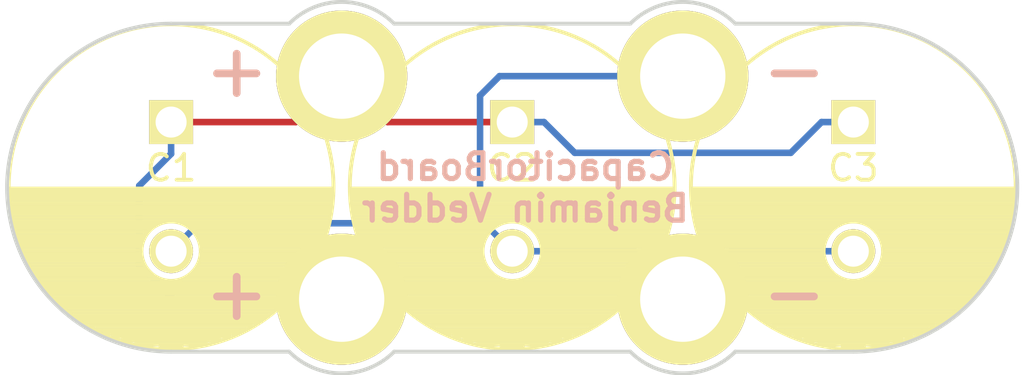
<source format=kicad_pcb>
(kicad_pcb (version 20171130) (host pcbnew "(5.1.12)-1")

  (general
    (thickness 1.6)
    (drawings 17)
    (tracks 25)
    (zones 0)
    (modules 7)
    (nets 3)
  )

  (page A4)
  (layers
    (0 F.Cu signal)
    (31 B.Cu signal)
    (32 B.Adhes user hide)
    (33 F.Adhes user hide)
    (34 B.Paste user)
    (35 F.Paste user hide)
    (36 B.SilkS user)
    (37 F.SilkS user)
    (38 B.Mask user)
    (39 F.Mask user)
    (40 Dwgs.User user)
    (41 Cmts.User user)
    (42 Eco1.User user)
    (43 Eco2.User user)
    (44 Edge.Cuts user)
    (45 Margin user)
    (46 B.CrtYd user)
    (47 F.CrtYd user)
    (48 B.Fab user)
    (49 F.Fab user)
  )

  (setup
    (last_trace_width 0.254)
    (user_trace_width 0.254)
    (user_trace_width 0.4064)
    (user_trace_width 1.27)
    (user_trace_width 2.54)
    (trace_clearance 0.254)
    (zone_clearance 0.254)
    (zone_45_only no)
    (trace_min 0.254)
    (via_size 0.889)
    (via_drill 0.635)
    (via_min_size 0.889)
    (via_min_drill 0.508)
    (uvia_size 0.508)
    (uvia_drill 0.127)
    (uvias_allowed no)
    (uvia_min_size 0.508)
    (uvia_min_drill 0.127)
    (edge_width 0.15)
    (segment_width 0.2)
    (pcb_text_width 0.3)
    (pcb_text_size 1 1)
    (mod_edge_width 0.15)
    (mod_text_size 1 1)
    (mod_text_width 0.15)
    (pad_size 5.08 5.08)
    (pad_drill 3.302)
    (pad_to_mask_clearance 0)
    (aux_axis_origin 0 0)
    (visible_elements 7FFFFFFF)
    (pcbplotparams
      (layerselection 0x010f0_80000001)
      (usegerberextensions true)
      (usegerberattributes true)
      (usegerberadvancedattributes true)
      (creategerberjobfile true)
      (excludeedgelayer true)
      (linewidth 0.100000)
      (plotframeref false)
      (viasonmask false)
      (mode 1)
      (useauxorigin false)
      (hpglpennumber 1)
      (hpglpenspeed 20)
      (hpglpendiameter 15.000000)
      (psnegative false)
      (psa4output false)
      (plotreference true)
      (plotvalue false)
      (plotinvisibletext false)
      (padsonsilk false)
      (subtractmaskfromsilk true)
      (outputformat 1)
      (mirror false)
      (drillshape 0)
      (scaleselection 1)
      (outputdirectory "Gerber"))
  )

  (net 0 "")
  (net 1 "Net-(C1-Pad2)")
  (net 2 "Net-(C1-Pad1)")

  (net_class Default "This is the default net class."
    (clearance 0.254)
    (trace_width 0.254)
    (via_dia 0.889)
    (via_drill 0.635)
    (uvia_dia 0.508)
    (uvia_drill 0.127)
    (add_net "Net-(C1-Pad1)")
    (add_net "Net-(C1-Pad2)")
  )

  (module Connect:1pin (layer F.Cu) (tedit 55DEBA26) (tstamp 55C20FD4)
    (at 179.324 103.378)
    (descr "module 1 pin (ou trou mecanique de percage)")
    (tags DEV)
    (path /55C20FDD)
    (fp_text reference P3 (at 0 -3.048) (layer F.SilkS) hide
      (effects (font (size 1 1) (thickness 0.15)))
    )
    (fp_text value + (at 0 2.794) (layer F.Fab) hide
      (effects (font (size 1 1) (thickness 0.15)))
    )
    (fp_circle (center 0 0) (end 0 -2.286) (layer F.SilkS) (width 0.15))
    (pad 1 thru_hole circle (at 0 0) (size 5.08 5.08) (drill 3.302) (layers *.Cu *.Mask F.SilkS)
      (net 2 "Net-(C1-Pad1)"))
  )

  (module Connect:1pin (layer F.Cu) (tedit 55DEBA34) (tstamp 55C20FD9)
    (at 192.532 103.378 90)
    (descr "module 1 pin (ou trou mecanique de percage)")
    (tags DEV)
    (path /55C20FE3)
    (fp_text reference P4 (at 0 -3.048 90) (layer F.SilkS) hide
      (effects (font (size 1 1) (thickness 0.15)))
    )
    (fp_text value - (at 0 2.794 90) (layer F.Fab) hide
      (effects (font (size 1 1) (thickness 0.15)))
    )
    (fp_circle (center 0 0) (end 0 -2.286) (layer F.SilkS) (width 0.15))
    (pad 1 thru_hole circle (at 0 0 90) (size 5.08 5.08) (drill 3.302) (layers *.Cu *.Mask F.SilkS)
      (net 1 "Net-(C1-Pad2)"))
  )

  (module Connect:1pin (layer F.Cu) (tedit 55DEBA3B) (tstamp 55C20FCF)
    (at 192.532 94.742)
    (descr "module 1 pin (ou trou mecanique de percage)")
    (tags DEV)
    (path /55C20E6C)
    (fp_text reference P2 (at 0 -3.048) (layer F.SilkS) hide
      (effects (font (size 1 1) (thickness 0.15)))
    )
    (fp_text value - (at 0 2.794) (layer F.Fab) hide
      (effects (font (size 1 1) (thickness 0.15)))
    )
    (fp_circle (center 0 0) (end 0 -2.286) (layer F.SilkS) (width 0.15))
    (pad 1 thru_hole circle (at 0 0) (size 5.08 5.08) (drill 3.302) (layers *.Cu *.Mask F.SilkS)
      (net 1 "Net-(C1-Pad2)"))
  )

  (module Connect:1pin (layer F.Cu) (tedit 55DEBA42) (tstamp 55C20FCA)
    (at 179.324 94.742)
    (descr "module 1 pin (ou trou mecanique de percage)")
    (tags DEV)
    (path /55C20E16)
    (fp_text reference P1 (at 0 -3.048) (layer F.SilkS) hide
      (effects (font (size 1 1) (thickness 0.15)))
    )
    (fp_text value + (at 0 2.794) (layer F.Fab) hide
      (effects (font (size 1 1) (thickness 0.15)))
    )
    (fp_circle (center 0 0) (end 0 -2.286) (layer F.SilkS) (width 0.15))
    (pad 1 thru_hole circle (at 0 0) (size 5.08 5.08) (drill 3.302) (layers *.Cu *.Mask F.SilkS)
      (net 2 "Net-(C1-Pad1)"))
  )

  (module Capacitors_ThroughHole:C_Radial_D12.5_L25_P5 (layer F.Cu) (tedit 55C33994) (tstamp 55C20FB9)
    (at 172.72 96.52 270)
    (descr "Radial Electrolytic Capacitor Diameter 12.5mm x Length 25mm, Pitch 5mm")
    (tags "Electrolytic Capacitor")
    (path /55C20D1A)
    (fp_text reference C1 (at 1.778 0) (layer F.SilkS)
      (effects (font (size 1 1) (thickness 0.15)))
    )
    (fp_text value "560uF, 63V" (at 2.5 7.6 270) (layer F.Fab) hide
      (effects (font (size 1 1) (thickness 0.15)))
    )
    (fp_circle (center 2.5 0) (end 2.5 -6.6) (layer F.CrtYd) (width 0.05))
    (fp_circle (center 2.5 0) (end 2.5 -6.2875) (layer F.SilkS) (width 0.15))
    (fp_circle (center 5 0) (end 5 -1.15) (layer F.SilkS) (width 0.15))
    (fp_line (start 8.735 -0.433) (end 8.735 0.433) (layer F.SilkS) (width 0.15))
    (fp_line (start 8.595 -1.383) (end 8.595 1.383) (layer F.SilkS) (width 0.15))
    (fp_line (start 8.455 -1.897) (end 8.455 1.897) (layer F.SilkS) (width 0.15))
    (fp_line (start 8.315 -2.291) (end 8.315 2.291) (layer F.SilkS) (width 0.15))
    (fp_line (start 8.175 -2.619) (end 8.175 2.619) (layer F.SilkS) (width 0.15))
    (fp_line (start 8.035 -2.903) (end 8.035 2.903) (layer F.SilkS) (width 0.15))
    (fp_line (start 7.895 -3.155) (end 7.895 3.155) (layer F.SilkS) (width 0.15))
    (fp_line (start 7.755 -3.383) (end 7.755 3.383) (layer F.SilkS) (width 0.15))
    (fp_line (start 7.615 -3.592) (end 7.615 3.592) (layer F.SilkS) (width 0.15))
    (fp_line (start 7.475 -3.783) (end 7.475 3.783) (layer F.SilkS) (width 0.15))
    (fp_line (start 7.335 -3.96) (end 7.335 3.96) (layer F.SilkS) (width 0.15))
    (fp_line (start 7.195 -4.125) (end 7.195 4.125) (layer F.SilkS) (width 0.15))
    (fp_line (start 7.055 -4.28) (end 7.055 4.28) (layer F.SilkS) (width 0.15))
    (fp_line (start 6.915 -4.424) (end 6.915 4.424) (layer F.SilkS) (width 0.15))
    (fp_line (start 6.775 -4.559) (end 6.775 4.559) (layer F.SilkS) (width 0.15))
    (fp_line (start 6.635 -4.687) (end 6.635 4.687) (layer F.SilkS) (width 0.15))
    (fp_line (start 6.495 -4.807) (end 6.495 4.807) (layer F.SilkS) (width 0.15))
    (fp_line (start 6.355 -4.919) (end 6.355 4.919) (layer F.SilkS) (width 0.15))
    (fp_line (start 6.215 -5.026) (end 6.215 5.026) (layer F.SilkS) (width 0.15))
    (fp_line (start 6.075 0.409) (end 6.075 5.127) (layer F.SilkS) (width 0.15))
    (fp_line (start 6.075 -5.127) (end 6.075 -0.409) (layer F.SilkS) (width 0.15))
    (fp_line (start 5.935 0.67) (end 5.935 5.221) (layer F.SilkS) (width 0.15))
    (fp_line (start 5.935 -5.221) (end 5.935 -0.67) (layer F.SilkS) (width 0.15))
    (fp_line (start 5.795 0.831) (end 5.795 5.311) (layer F.SilkS) (width 0.15))
    (fp_line (start 5.795 -5.311) (end 5.795 -0.831) (layer F.SilkS) (width 0.15))
    (fp_line (start 5.655 0.945) (end 5.655 5.395) (layer F.SilkS) (width 0.15))
    (fp_line (start 5.655 -5.395) (end 5.655 -0.945) (layer F.SilkS) (width 0.15))
    (fp_line (start 5.515 1.028) (end 5.515 5.475) (layer F.SilkS) (width 0.15))
    (fp_line (start 5.515 -5.475) (end 5.515 -1.028) (layer F.SilkS) (width 0.15))
    (fp_line (start 5.375 1.087) (end 5.375 5.549) (layer F.SilkS) (width 0.15))
    (fp_line (start 5.375 -5.549) (end 5.375 -1.087) (layer F.SilkS) (width 0.15))
    (fp_line (start 5.235 1.126) (end 5.235 5.62) (layer F.SilkS) (width 0.15))
    (fp_line (start 5.235 -5.62) (end 5.235 -1.126) (layer F.SilkS) (width 0.15))
    (fp_line (start 5.095 1.146) (end 5.095 5.686) (layer F.SilkS) (width 0.15))
    (fp_line (start 5.095 -5.686) (end 5.095 -1.146) (layer F.SilkS) (width 0.15))
    (fp_line (start 4.955 1.149) (end 4.955 5.748) (layer F.SilkS) (width 0.15))
    (fp_line (start 4.955 -5.748) (end 4.955 -1.149) (layer F.SilkS) (width 0.15))
    (fp_line (start 4.815 1.135) (end 4.815 5.805) (layer F.SilkS) (width 0.15))
    (fp_line (start 4.815 -5.805) (end 4.815 -1.135) (layer F.SilkS) (width 0.15))
    (fp_line (start 4.675 1.103) (end 4.675 5.859) (layer F.SilkS) (width 0.15))
    (fp_line (start 4.675 -5.859) (end 4.675 -1.103) (layer F.SilkS) (width 0.15))
    (fp_line (start 4.535 1.052) (end 4.535 5.909) (layer F.SilkS) (width 0.15))
    (fp_line (start 4.535 -5.909) (end 4.535 -1.052) (layer F.SilkS) (width 0.15))
    (fp_line (start 4.395 0.978) (end 4.395 5.956) (layer F.SilkS) (width 0.15))
    (fp_line (start 4.395 -5.956) (end 4.395 -0.978) (layer F.SilkS) (width 0.15))
    (fp_line (start 4.255 0.876) (end 4.255 5.999) (layer F.SilkS) (width 0.15))
    (fp_line (start 4.255 -5.999) (end 4.255 -0.876) (layer F.SilkS) (width 0.15))
    (fp_line (start 4.115 0.734) (end 4.115 6.038) (layer F.SilkS) (width 0.15))
    (fp_line (start 4.115 -6.038) (end 4.115 -0.734) (layer F.SilkS) (width 0.15))
    (fp_line (start 3.975 0.521) (end 3.975 6.073) (layer F.SilkS) (width 0.15))
    (fp_line (start 3.975 -6.073) (end 3.975 -0.521) (layer F.SilkS) (width 0.15))
    (fp_line (start 3.835 -6.106) (end 3.835 6.106) (layer F.SilkS) (width 0.15))
    (fp_line (start 3.695 -6.135) (end 3.695 6.135) (layer F.SilkS) (width 0.15))
    (fp_line (start 3.555 -6.16) (end 3.555 6.16) (layer F.SilkS) (width 0.15))
    (fp_line (start 3.415 -6.183) (end 3.415 6.183) (layer F.SilkS) (width 0.15))
    (fp_line (start 3.275 -6.202) (end 3.275 6.202) (layer F.SilkS) (width 0.15))
    (fp_line (start 3.135 -6.218) (end 3.135 6.218) (layer F.SilkS) (width 0.15))
    (fp_line (start 2.995 -6.23) (end 2.995 6.23) (layer F.SilkS) (width 0.15))
    (fp_line (start 2.855 -6.24) (end 2.855 6.24) (layer F.SilkS) (width 0.15))
    (fp_line (start 2.715 -6.246) (end 2.715 6.246) (layer F.SilkS) (width 0.15))
    (fp_line (start 2.575 -6.25) (end 2.575 6.25) (layer F.SilkS) (width 0.15))
    (pad 2 thru_hole circle (at 5 0 270) (size 1.7 1.7) (drill 1.2) (layers *.Cu *.Mask F.SilkS)
      (net 1 "Net-(C1-Pad2)"))
    (pad 1 thru_hole rect (at 0 0 270) (size 1.7 1.7) (drill 1.2) (layers *.Cu *.Mask F.SilkS)
      (net 2 "Net-(C1-Pad1)"))
    (model Capacitors_ThroughHole.3dshapes/C_Radial_D12.5_L25_P5.wrl
      (at (xyz 0 0 0))
      (scale (xyz 1 1 1))
      (rotate (xyz 0 0 0))
    )
  )

  (module Capacitors_ThroughHole:C_Radial_D12.5_L25_P5 (layer F.Cu) (tedit 55C33991) (tstamp 55C20FBF)
    (at 185.928 96.52 270)
    (descr "Radial Electrolytic Capacitor Diameter 12.5mm x Length 25mm, Pitch 5mm")
    (tags "Electrolytic Capacitor")
    (path /55C20DC6)
    (fp_text reference C2 (at 1.778 0) (layer F.SilkS)
      (effects (font (size 1 1) (thickness 0.15)))
    )
    (fp_text value "560uF, 63V" (at 2.5 7.6 270) (layer F.Fab) hide
      (effects (font (size 1 1) (thickness 0.15)))
    )
    (fp_circle (center 2.5 0) (end 2.5 -6.6) (layer F.CrtYd) (width 0.05))
    (fp_circle (center 2.5 0) (end 2.5 -6.2875) (layer F.SilkS) (width 0.15))
    (fp_circle (center 5 0) (end 5 -1.15) (layer F.SilkS) (width 0.15))
    (fp_line (start 8.735 -0.433) (end 8.735 0.433) (layer F.SilkS) (width 0.15))
    (fp_line (start 8.595 -1.383) (end 8.595 1.383) (layer F.SilkS) (width 0.15))
    (fp_line (start 8.455 -1.897) (end 8.455 1.897) (layer F.SilkS) (width 0.15))
    (fp_line (start 8.315 -2.291) (end 8.315 2.291) (layer F.SilkS) (width 0.15))
    (fp_line (start 8.175 -2.619) (end 8.175 2.619) (layer F.SilkS) (width 0.15))
    (fp_line (start 8.035 -2.903) (end 8.035 2.903) (layer F.SilkS) (width 0.15))
    (fp_line (start 7.895 -3.155) (end 7.895 3.155) (layer F.SilkS) (width 0.15))
    (fp_line (start 7.755 -3.383) (end 7.755 3.383) (layer F.SilkS) (width 0.15))
    (fp_line (start 7.615 -3.592) (end 7.615 3.592) (layer F.SilkS) (width 0.15))
    (fp_line (start 7.475 -3.783) (end 7.475 3.783) (layer F.SilkS) (width 0.15))
    (fp_line (start 7.335 -3.96) (end 7.335 3.96) (layer F.SilkS) (width 0.15))
    (fp_line (start 7.195 -4.125) (end 7.195 4.125) (layer F.SilkS) (width 0.15))
    (fp_line (start 7.055 -4.28) (end 7.055 4.28) (layer F.SilkS) (width 0.15))
    (fp_line (start 6.915 -4.424) (end 6.915 4.424) (layer F.SilkS) (width 0.15))
    (fp_line (start 6.775 -4.559) (end 6.775 4.559) (layer F.SilkS) (width 0.15))
    (fp_line (start 6.635 -4.687) (end 6.635 4.687) (layer F.SilkS) (width 0.15))
    (fp_line (start 6.495 -4.807) (end 6.495 4.807) (layer F.SilkS) (width 0.15))
    (fp_line (start 6.355 -4.919) (end 6.355 4.919) (layer F.SilkS) (width 0.15))
    (fp_line (start 6.215 -5.026) (end 6.215 5.026) (layer F.SilkS) (width 0.15))
    (fp_line (start 6.075 0.409) (end 6.075 5.127) (layer F.SilkS) (width 0.15))
    (fp_line (start 6.075 -5.127) (end 6.075 -0.409) (layer F.SilkS) (width 0.15))
    (fp_line (start 5.935 0.67) (end 5.935 5.221) (layer F.SilkS) (width 0.15))
    (fp_line (start 5.935 -5.221) (end 5.935 -0.67) (layer F.SilkS) (width 0.15))
    (fp_line (start 5.795 0.831) (end 5.795 5.311) (layer F.SilkS) (width 0.15))
    (fp_line (start 5.795 -5.311) (end 5.795 -0.831) (layer F.SilkS) (width 0.15))
    (fp_line (start 5.655 0.945) (end 5.655 5.395) (layer F.SilkS) (width 0.15))
    (fp_line (start 5.655 -5.395) (end 5.655 -0.945) (layer F.SilkS) (width 0.15))
    (fp_line (start 5.515 1.028) (end 5.515 5.475) (layer F.SilkS) (width 0.15))
    (fp_line (start 5.515 -5.475) (end 5.515 -1.028) (layer F.SilkS) (width 0.15))
    (fp_line (start 5.375 1.087) (end 5.375 5.549) (layer F.SilkS) (width 0.15))
    (fp_line (start 5.375 -5.549) (end 5.375 -1.087) (layer F.SilkS) (width 0.15))
    (fp_line (start 5.235 1.126) (end 5.235 5.62) (layer F.SilkS) (width 0.15))
    (fp_line (start 5.235 -5.62) (end 5.235 -1.126) (layer F.SilkS) (width 0.15))
    (fp_line (start 5.095 1.146) (end 5.095 5.686) (layer F.SilkS) (width 0.15))
    (fp_line (start 5.095 -5.686) (end 5.095 -1.146) (layer F.SilkS) (width 0.15))
    (fp_line (start 4.955 1.149) (end 4.955 5.748) (layer F.SilkS) (width 0.15))
    (fp_line (start 4.955 -5.748) (end 4.955 -1.149) (layer F.SilkS) (width 0.15))
    (fp_line (start 4.815 1.135) (end 4.815 5.805) (layer F.SilkS) (width 0.15))
    (fp_line (start 4.815 -5.805) (end 4.815 -1.135) (layer F.SilkS) (width 0.15))
    (fp_line (start 4.675 1.103) (end 4.675 5.859) (layer F.SilkS) (width 0.15))
    (fp_line (start 4.675 -5.859) (end 4.675 -1.103) (layer F.SilkS) (width 0.15))
    (fp_line (start 4.535 1.052) (end 4.535 5.909) (layer F.SilkS) (width 0.15))
    (fp_line (start 4.535 -5.909) (end 4.535 -1.052) (layer F.SilkS) (width 0.15))
    (fp_line (start 4.395 0.978) (end 4.395 5.956) (layer F.SilkS) (width 0.15))
    (fp_line (start 4.395 -5.956) (end 4.395 -0.978) (layer F.SilkS) (width 0.15))
    (fp_line (start 4.255 0.876) (end 4.255 5.999) (layer F.SilkS) (width 0.15))
    (fp_line (start 4.255 -5.999) (end 4.255 -0.876) (layer F.SilkS) (width 0.15))
    (fp_line (start 4.115 0.734) (end 4.115 6.038) (layer F.SilkS) (width 0.15))
    (fp_line (start 4.115 -6.038) (end 4.115 -0.734) (layer F.SilkS) (width 0.15))
    (fp_line (start 3.975 0.521) (end 3.975 6.073) (layer F.SilkS) (width 0.15))
    (fp_line (start 3.975 -6.073) (end 3.975 -0.521) (layer F.SilkS) (width 0.15))
    (fp_line (start 3.835 -6.106) (end 3.835 6.106) (layer F.SilkS) (width 0.15))
    (fp_line (start 3.695 -6.135) (end 3.695 6.135) (layer F.SilkS) (width 0.15))
    (fp_line (start 3.555 -6.16) (end 3.555 6.16) (layer F.SilkS) (width 0.15))
    (fp_line (start 3.415 -6.183) (end 3.415 6.183) (layer F.SilkS) (width 0.15))
    (fp_line (start 3.275 -6.202) (end 3.275 6.202) (layer F.SilkS) (width 0.15))
    (fp_line (start 3.135 -6.218) (end 3.135 6.218) (layer F.SilkS) (width 0.15))
    (fp_line (start 2.995 -6.23) (end 2.995 6.23) (layer F.SilkS) (width 0.15))
    (fp_line (start 2.855 -6.24) (end 2.855 6.24) (layer F.SilkS) (width 0.15))
    (fp_line (start 2.715 -6.246) (end 2.715 6.246) (layer F.SilkS) (width 0.15))
    (fp_line (start 2.575 -6.25) (end 2.575 6.25) (layer F.SilkS) (width 0.15))
    (pad 2 thru_hole circle (at 5 0 270) (size 1.7 1.7) (drill 1.2) (layers *.Cu *.Mask F.SilkS)
      (net 1 "Net-(C1-Pad2)"))
    (pad 1 thru_hole rect (at 0 0 270) (size 1.7 1.7) (drill 1.2) (layers *.Cu *.Mask F.SilkS)
      (net 2 "Net-(C1-Pad1)"))
    (model Capacitors_ThroughHole.3dshapes/C_Radial_D12.5_L25_P5.wrl
      (at (xyz 0 0 0))
      (scale (xyz 1 1 1))
      (rotate (xyz 0 0 0))
    )
  )

  (module Capacitors_ThroughHole:C_Radial_D12.5_L25_P5 (layer F.Cu) (tedit 55C3398D) (tstamp 55C20FC5)
    (at 199.136 96.52 270)
    (descr "Radial Electrolytic Capacitor Diameter 12.5mm x Length 25mm, Pitch 5mm")
    (tags "Electrolytic Capacitor")
    (path /55C20DEE)
    (fp_text reference C3 (at 1.778 0) (layer F.SilkS)
      (effects (font (size 1 1) (thickness 0.15)))
    )
    (fp_text value "560uF, 63V" (at 2.5 7.6 270) (layer F.Fab) hide
      (effects (font (size 1 1) (thickness 0.15)))
    )
    (fp_circle (center 2.5 0) (end 2.5 -6.6) (layer F.CrtYd) (width 0.05))
    (fp_circle (center 2.5 0) (end 2.5 -6.2875) (layer F.SilkS) (width 0.15))
    (fp_circle (center 5 0) (end 5 -1.15) (layer F.SilkS) (width 0.15))
    (fp_line (start 8.735 -0.433) (end 8.735 0.433) (layer F.SilkS) (width 0.15))
    (fp_line (start 8.595 -1.383) (end 8.595 1.383) (layer F.SilkS) (width 0.15))
    (fp_line (start 8.455 -1.897) (end 8.455 1.897) (layer F.SilkS) (width 0.15))
    (fp_line (start 8.315 -2.291) (end 8.315 2.291) (layer F.SilkS) (width 0.15))
    (fp_line (start 8.175 -2.619) (end 8.175 2.619) (layer F.SilkS) (width 0.15))
    (fp_line (start 8.035 -2.903) (end 8.035 2.903) (layer F.SilkS) (width 0.15))
    (fp_line (start 7.895 -3.155) (end 7.895 3.155) (layer F.SilkS) (width 0.15))
    (fp_line (start 7.755 -3.383) (end 7.755 3.383) (layer F.SilkS) (width 0.15))
    (fp_line (start 7.615 -3.592) (end 7.615 3.592) (layer F.SilkS) (width 0.15))
    (fp_line (start 7.475 -3.783) (end 7.475 3.783) (layer F.SilkS) (width 0.15))
    (fp_line (start 7.335 -3.96) (end 7.335 3.96) (layer F.SilkS) (width 0.15))
    (fp_line (start 7.195 -4.125) (end 7.195 4.125) (layer F.SilkS) (width 0.15))
    (fp_line (start 7.055 -4.28) (end 7.055 4.28) (layer F.SilkS) (width 0.15))
    (fp_line (start 6.915 -4.424) (end 6.915 4.424) (layer F.SilkS) (width 0.15))
    (fp_line (start 6.775 -4.559) (end 6.775 4.559) (layer F.SilkS) (width 0.15))
    (fp_line (start 6.635 -4.687) (end 6.635 4.687) (layer F.SilkS) (width 0.15))
    (fp_line (start 6.495 -4.807) (end 6.495 4.807) (layer F.SilkS) (width 0.15))
    (fp_line (start 6.355 -4.919) (end 6.355 4.919) (layer F.SilkS) (width 0.15))
    (fp_line (start 6.215 -5.026) (end 6.215 5.026) (layer F.SilkS) (width 0.15))
    (fp_line (start 6.075 0.409) (end 6.075 5.127) (layer F.SilkS) (width 0.15))
    (fp_line (start 6.075 -5.127) (end 6.075 -0.409) (layer F.SilkS) (width 0.15))
    (fp_line (start 5.935 0.67) (end 5.935 5.221) (layer F.SilkS) (width 0.15))
    (fp_line (start 5.935 -5.221) (end 5.935 -0.67) (layer F.SilkS) (width 0.15))
    (fp_line (start 5.795 0.831) (end 5.795 5.311) (layer F.SilkS) (width 0.15))
    (fp_line (start 5.795 -5.311) (end 5.795 -0.831) (layer F.SilkS) (width 0.15))
    (fp_line (start 5.655 0.945) (end 5.655 5.395) (layer F.SilkS) (width 0.15))
    (fp_line (start 5.655 -5.395) (end 5.655 -0.945) (layer F.SilkS) (width 0.15))
    (fp_line (start 5.515 1.028) (end 5.515 5.475) (layer F.SilkS) (width 0.15))
    (fp_line (start 5.515 -5.475) (end 5.515 -1.028) (layer F.SilkS) (width 0.15))
    (fp_line (start 5.375 1.087) (end 5.375 5.549) (layer F.SilkS) (width 0.15))
    (fp_line (start 5.375 -5.549) (end 5.375 -1.087) (layer F.SilkS) (width 0.15))
    (fp_line (start 5.235 1.126) (end 5.235 5.62) (layer F.SilkS) (width 0.15))
    (fp_line (start 5.235 -5.62) (end 5.235 -1.126) (layer F.SilkS) (width 0.15))
    (fp_line (start 5.095 1.146) (end 5.095 5.686) (layer F.SilkS) (width 0.15))
    (fp_line (start 5.095 -5.686) (end 5.095 -1.146) (layer F.SilkS) (width 0.15))
    (fp_line (start 4.955 1.149) (end 4.955 5.748) (layer F.SilkS) (width 0.15))
    (fp_line (start 4.955 -5.748) (end 4.955 -1.149) (layer F.SilkS) (width 0.15))
    (fp_line (start 4.815 1.135) (end 4.815 5.805) (layer F.SilkS) (width 0.15))
    (fp_line (start 4.815 -5.805) (end 4.815 -1.135) (layer F.SilkS) (width 0.15))
    (fp_line (start 4.675 1.103) (end 4.675 5.859) (layer F.SilkS) (width 0.15))
    (fp_line (start 4.675 -5.859) (end 4.675 -1.103) (layer F.SilkS) (width 0.15))
    (fp_line (start 4.535 1.052) (end 4.535 5.909) (layer F.SilkS) (width 0.15))
    (fp_line (start 4.535 -5.909) (end 4.535 -1.052) (layer F.SilkS) (width 0.15))
    (fp_line (start 4.395 0.978) (end 4.395 5.956) (layer F.SilkS) (width 0.15))
    (fp_line (start 4.395 -5.956) (end 4.395 -0.978) (layer F.SilkS) (width 0.15))
    (fp_line (start 4.255 0.876) (end 4.255 5.999) (layer F.SilkS) (width 0.15))
    (fp_line (start 4.255 -5.999) (end 4.255 -0.876) (layer F.SilkS) (width 0.15))
    (fp_line (start 4.115 0.734) (end 4.115 6.038) (layer F.SilkS) (width 0.15))
    (fp_line (start 4.115 -6.038) (end 4.115 -0.734) (layer F.SilkS) (width 0.15))
    (fp_line (start 3.975 0.521) (end 3.975 6.073) (layer F.SilkS) (width 0.15))
    (fp_line (start 3.975 -6.073) (end 3.975 -0.521) (layer F.SilkS) (width 0.15))
    (fp_line (start 3.835 -6.106) (end 3.835 6.106) (layer F.SilkS) (width 0.15))
    (fp_line (start 3.695 -6.135) (end 3.695 6.135) (layer F.SilkS) (width 0.15))
    (fp_line (start 3.555 -6.16) (end 3.555 6.16) (layer F.SilkS) (width 0.15))
    (fp_line (start 3.415 -6.183) (end 3.415 6.183) (layer F.SilkS) (width 0.15))
    (fp_line (start 3.275 -6.202) (end 3.275 6.202) (layer F.SilkS) (width 0.15))
    (fp_line (start 3.135 -6.218) (end 3.135 6.218) (layer F.SilkS) (width 0.15))
    (fp_line (start 2.995 -6.23) (end 2.995 6.23) (layer F.SilkS) (width 0.15))
    (fp_line (start 2.855 -6.24) (end 2.855 6.24) (layer F.SilkS) (width 0.15))
    (fp_line (start 2.715 -6.246) (end 2.715 6.246) (layer F.SilkS) (width 0.15))
    (fp_line (start 2.575 -6.25) (end 2.575 6.25) (layer F.SilkS) (width 0.15))
    (pad 2 thru_hole circle (at 5 0 270) (size 1.7 1.7) (drill 1.2) (layers *.Cu *.Mask F.SilkS)
      (net 1 "Net-(C1-Pad2)"))
    (pad 1 thru_hole rect (at 0 0 270) (size 1.7 1.7) (drill 1.2) (layers *.Cu *.Mask F.SilkS)
      (net 2 "Net-(C1-Pad1)"))
    (model Capacitors_ThroughHole.3dshapes/C_Radial_D12.5_L25_P5.wrl
      (at (xyz 0 0 0))
      (scale (xyz 1 1 1))
      (rotate (xyz 0 0 0))
    )
  )

  (gr_text - (at 196.85 94.488) (layer B.SilkS)
    (effects (font (size 2 2) (thickness 0.3)) (justify mirror))
  )
  (gr_text - (at 196.85 103.124) (layer B.SilkS)
    (effects (font (size 2 2) (thickness 0.3)) (justify mirror))
  )
  (gr_text + (at 175.26 103.124) (layer B.SilkS)
    (effects (font (size 2 2) (thickness 0.3)) (justify mirror))
  )
  (gr_text + (at 175.26 94.488) (layer B.SilkS)
    (effects (font (size 2 2) (thickness 0.3)) (justify mirror))
  )
  (gr_text "CapacitorBoard\nBenjamin Vedder" (at 186.436 99.06) (layer B.SilkS)
    (effects (font (size 1 1) (thickness 0.2)) (justify mirror))
  )
  (gr_line (start 177.292 92.71) (end 172.72 92.71) (angle 90) (layer Edge.Cuts) (width 0.15))
  (gr_line (start 190.5 92.71) (end 181.356 92.71) (angle 90) (layer Edge.Cuts) (width 0.15))
  (gr_line (start 199.136 92.71) (end 194.564 92.71) (angle 90) (layer Edge.Cuts) (width 0.15))
  (gr_line (start 194.564 105.41) (end 199.136 105.41) (angle 90) (layer Edge.Cuts) (width 0.15))
  (gr_line (start 181.356 105.41) (end 190.5 105.41) (angle 90) (layer Edge.Cuts) (width 0.15))
  (gr_line (start 172.72 105.41) (end 177.292 105.41) (angle 90) (layer Edge.Cuts) (width 0.15))
  (gr_arc (start 172.72 99.06) (end 172.72 105.41) (angle 180) (layer Edge.Cuts) (width 0.15))
  (gr_arc (start 199.136 99.06) (end 199.136 92.71) (angle 180) (layer Edge.Cuts) (width 0.15))
  (gr_arc (start 192.532 103.378) (end 194.564 105.41) (angle 90) (layer Edge.Cuts) (width 0.15))
  (gr_arc (start 179.324 103.378) (end 181.356 105.41) (angle 90) (layer Edge.Cuts) (width 0.15))
  (gr_arc (start 192.532 94.742) (end 190.5 92.71) (angle 90) (layer Edge.Cuts) (width 0.15))
  (gr_arc (start 179.324 94.742) (end 177.292 92.71) (angle 90) (layer Edge.Cuts) (width 0.15))

  (segment (start 184.6829 100.4368) (end 184.8448 100.4368) (width 0.254) (layer B.Cu) (net 1))
  (segment (start 184.8448 100.4368) (end 185.928 101.52) (width 0.254) (layer B.Cu) (net 1))
  (segment (start 172.72 101.52) (end 173.8032 100.4368) (width 0.254) (layer B.Cu) (net 1))
  (segment (start 173.8032 100.4368) (end 184.6829 100.4368) (width 0.254) (layer B.Cu) (net 1))
  (segment (start 192.532 94.742) (end 185.4352 94.742) (width 0.254) (layer B.Cu) (net 1))
  (segment (start 185.4352 94.742) (end 184.6829 95.4943) (width 0.254) (layer B.Cu) (net 1))
  (segment (start 184.6829 95.4943) (end 184.6829 100.4368) (width 0.254) (layer B.Cu) (net 1))
  (segment (start 185.928 101.52) (end 190.674 101.52) (width 0.254) (layer B.Cu) (net 1))
  (segment (start 190.674 101.52) (end 192.532 103.378) (width 0.254) (layer B.Cu) (net 1))
  (segment (start 199.136 101.52) (end 194.39 101.52) (width 0.254) (layer B.Cu) (net 1))
  (segment (start 194.39 101.52) (end 192.532 103.378) (width 0.254) (layer B.Cu) (net 1))
  (segment (start 172.72 96.52) (end 172.72 97.7511) (width 0.254) (layer B.Cu) (net 2))
  (segment (start 172.72 97.7511) (end 171.4854 98.9857) (width 0.254) (layer B.Cu) (net 2))
  (segment (start 171.4854 98.9857) (end 171.4854 102.0445) (width 0.254) (layer B.Cu) (net 2))
  (segment (start 171.4854 102.0445) (end 172.8189 103.378) (width 0.254) (layer B.Cu) (net 2))
  (segment (start 172.8189 103.378) (end 179.324 103.378) (width 0.254) (layer B.Cu) (net 2))
  (segment (start 172.72 96.52) (end 177.546 96.52) (width 0.254) (layer F.Cu) (net 2))
  (segment (start 177.546 96.52) (end 179.324 94.742) (width 0.254) (layer F.Cu) (net 2))
  (segment (start 185.928 96.52) (end 181.102 96.52) (width 0.254) (layer F.Cu) (net 2))
  (segment (start 181.102 96.52) (end 179.324 94.742) (width 0.254) (layer F.Cu) (net 2))
  (segment (start 185.928 96.52) (end 187.1591 96.52) (width 0.254) (layer B.Cu) (net 2))
  (segment (start 199.136 96.52) (end 197.9049 96.52) (width 0.254) (layer B.Cu) (net 2))
  (segment (start 197.9049 96.52) (end 196.7143 97.7106) (width 0.254) (layer B.Cu) (net 2))
  (segment (start 196.7143 97.7106) (end 188.3497 97.7106) (width 0.254) (layer B.Cu) (net 2))
  (segment (start 188.3497 97.7106) (end 187.1591 96.52) (width 0.254) (layer B.Cu) (net 2))

)

</source>
